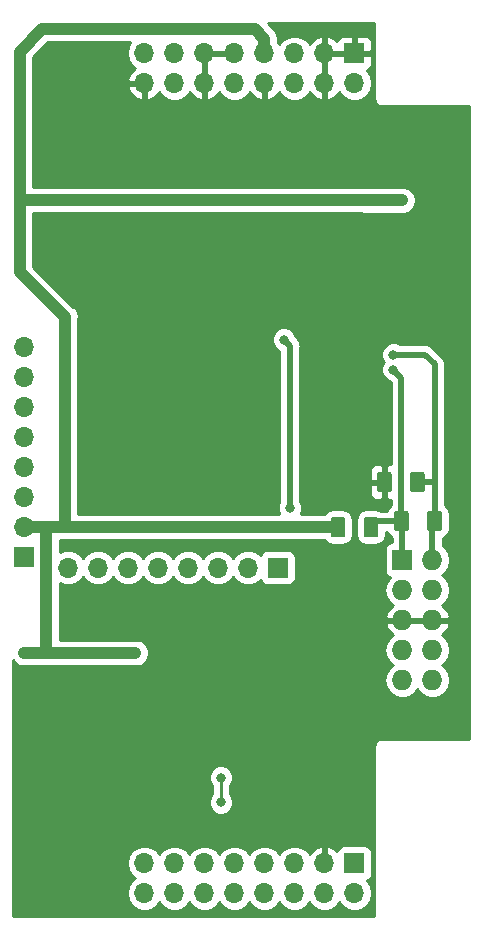
<source format=gbr>
G04 #@! TF.GenerationSoftware,KiCad,Pcbnew,(5.0.0)*
G04 #@! TF.CreationDate,2018-10-08T22:47:34+02:00*
G04 #@! TF.ProjectId,TrackModBusMaster_piggyback,547261636B4D6F644275734D61737465,rev?*
G04 #@! TF.SameCoordinates,Original*
G04 #@! TF.FileFunction,Copper,L2,Bot,Signal*
G04 #@! TF.FilePolarity,Positive*
%FSLAX46Y46*%
G04 Gerber Fmt 4.6, Leading zero omitted, Abs format (unit mm)*
G04 Created by KiCad (PCBNEW (5.0.0)) date 10/08/18 22:47:34*
%MOMM*%
%LPD*%
G01*
G04 APERTURE LIST*
G04 #@! TA.AperFunction,ComponentPad*
%ADD10O,1.700000X1.700000*%
G04 #@! TD*
G04 #@! TA.AperFunction,ComponentPad*
%ADD11R,1.700000X1.700000*%
G04 #@! TD*
G04 #@! TA.AperFunction,ComponentPad*
%ADD12R,1.727200X1.727200*%
G04 #@! TD*
G04 #@! TA.AperFunction,ComponentPad*
%ADD13O,1.727200X1.727200*%
G04 #@! TD*
G04 #@! TA.AperFunction,Conductor*
%ADD14C,0.100000*%
G04 #@! TD*
G04 #@! TA.AperFunction,SMDPad,CuDef*
%ADD15C,1.250000*%
G04 #@! TD*
G04 #@! TA.AperFunction,ViaPad*
%ADD16C,0.800000*%
G04 #@! TD*
G04 #@! TA.AperFunction,ViaPad*
%ADD17C,1.000000*%
G04 #@! TD*
G04 #@! TA.AperFunction,Conductor*
%ADD18C,0.250000*%
G04 #@! TD*
G04 #@! TA.AperFunction,Conductor*
%ADD19C,1.000000*%
G04 #@! TD*
G04 #@! TA.AperFunction,Conductor*
%ADD20C,0.500000*%
G04 #@! TD*
G04 #@! TA.AperFunction,Conductor*
%ADD21C,0.254000*%
G04 #@! TD*
G04 APERTURE END LIST*
D10*
G04 #@! TO.P,J1,16*
G04 #@! TO.N,GND*
X116840000Y-48260000D03*
G04 #@! TO.P,J1,15*
G04 #@! TO.N,+3.3VP*
X116840000Y-45720000D03*
G04 #@! TO.P,J1,14*
G04 #@! TO.N,SCK1*
X119380000Y-48260000D03*
G04 #@! TO.P,J1,13*
G04 #@! TO.N,+3.3VP*
X119380000Y-45720000D03*
G04 #@! TO.P,J1,12*
G04 #@! TO.N,GND*
X121920000Y-48260000D03*
G04 #@! TO.P,J1,11*
X121920000Y-45720000D03*
G04 #@! TO.P,J1,10*
G04 #@! TO.N,SS1*
X124460000Y-48260000D03*
G04 #@! TO.P,J1,9*
G04 #@! TO.N,GND*
X124460000Y-45720000D03*
G04 #@! TO.P,J1,8*
X127000000Y-48260000D03*
G04 #@! TO.P,J1,7*
G04 #@! TO.N,+5V*
X127000000Y-45720000D03*
G04 #@! TO.P,J1,6*
G04 #@! TO.N,SDO*
X129540000Y-48260000D03*
G04 #@! TO.P,J1,5*
G04 #@! TO.N,+5V*
X129540000Y-45720000D03*
G04 #@! TO.P,J1,4*
G04 #@! TO.N,GND*
X132080000Y-48260000D03*
G04 #@! TO.P,J1,3*
X132080000Y-45720000D03*
G04 #@! TO.P,J1,2*
G04 #@! TO.N,SDI*
X134620000Y-48260000D03*
D11*
G04 #@! TO.P,J1,1*
G04 #@! TO.N,GND*
X134620000Y-45720000D03*
G04 #@! TD*
D12*
G04 #@! TO.P,J2,1*
G04 #@! TO.N,Rx_A*
X138684000Y-88646000D03*
D13*
G04 #@! TO.P,J2,2*
G04 #@! TO.N,Rx_B*
X141224000Y-88646000D03*
G04 #@! TO.P,J2,3*
G04 #@! TO.N,Tx_A*
X138684000Y-91186000D03*
G04 #@! TO.P,J2,4*
G04 #@! TO.N,Tx_B*
X141224000Y-91186000D03*
G04 #@! TO.P,J2,5*
G04 #@! TO.N,GND*
X138684000Y-93726000D03*
G04 #@! TO.P,J2,6*
X141224000Y-93726000D03*
G04 #@! TO.P,J2,7*
G04 #@! TO.N,Sync_A*
X138684000Y-96266000D03*
G04 #@! TO.P,J2,8*
G04 #@! TO.N,Sync_B*
X141224000Y-96266000D03*
G04 #@! TO.P,J2,9*
G04 #@! TO.N,Reset_A*
X138684000Y-98806000D03*
G04 #@! TO.P,J2,10*
G04 #@! TO.N,Reset_B*
X141224000Y-98806000D03*
G04 #@! TD*
D11*
G04 #@! TO.P,J3,1*
G04 #@! TO.N,Reset_Out*
X134620000Y-114300000D03*
D10*
G04 #@! TO.P,J3,2*
G04 #@! TO.N,+3V3*
X134620000Y-116840000D03*
G04 #@! TO.P,J3,3*
G04 #@! TO.N,GND*
X132080000Y-114300000D03*
G04 #@! TO.P,J3,4*
G04 #@! TO.N,Net-(J3-Pad4)*
X132080000Y-116840000D03*
G04 #@! TO.P,J3,5*
G04 #@! TO.N,Net-(J3-Pad5)*
X129540000Y-114300000D03*
G04 #@! TO.P,J3,6*
G04 #@! TO.N,Net-(J3-Pad6)*
X129540000Y-116840000D03*
G04 #@! TO.P,J3,7*
G04 #@! TO.N,Net-(J3-Pad7)*
X127000000Y-114300000D03*
G04 #@! TO.P,J3,8*
G04 #@! TO.N,Net-(J3-Pad8)*
X127000000Y-116840000D03*
G04 #@! TO.P,J3,9*
G04 #@! TO.N,Net-(J3-Pad9)*
X124460000Y-114300000D03*
G04 #@! TO.P,J3,10*
G04 #@! TO.N,Net-(J3-Pad10)*
X124460000Y-116840000D03*
G04 #@! TO.P,J3,11*
G04 #@! TO.N,Net-(J3-Pad11)*
X121920000Y-114300000D03*
G04 #@! TO.P,J3,12*
G04 #@! TO.N,Net-(J3-Pad12)*
X121920000Y-116840000D03*
G04 #@! TO.P,J3,13*
G04 #@! TO.N,Net-(J3-Pad13)*
X119380000Y-114300000D03*
G04 #@! TO.P,J3,14*
G04 #@! TO.N,Net-(J3-Pad14)*
X119380000Y-116840000D03*
G04 #@! TO.P,J3,15*
G04 #@! TO.N,Net-(J3-Pad15)*
X116840000Y-114300000D03*
G04 #@! TO.P,J3,16*
G04 #@! TO.N,Net-(J3-Pad16)*
X116840000Y-116840000D03*
G04 #@! TD*
D11*
G04 #@! TO.P,J4,1*
G04 #@! TO.N,Net-(J4-Pad1)*
X128143000Y-89281000D03*
D10*
G04 #@! TO.P,J4,2*
G04 #@! TO.N,Net-(J4-Pad2)*
X125603000Y-89281000D03*
G04 #@! TO.P,J4,3*
G04 #@! TO.N,Net-(J4-Pad3)*
X123063000Y-89281000D03*
G04 #@! TO.P,J4,4*
G04 #@! TO.N,Net-(J4-Pad4)*
X120523000Y-89281000D03*
G04 #@! TO.P,J4,5*
G04 #@! TO.N,Net-(J4-Pad5)*
X117983000Y-89281000D03*
G04 #@! TO.P,J4,6*
G04 #@! TO.N,Net-(J4-Pad6)*
X115443000Y-89281000D03*
G04 #@! TO.P,J4,7*
G04 #@! TO.N,Net-(J4-Pad7)*
X112903000Y-89281000D03*
G04 #@! TO.P,J4,8*
G04 #@! TO.N,Net-(J4-Pad8)*
X110363000Y-89281000D03*
G04 #@! TD*
G04 #@! TO.P,J5,8*
G04 #@! TO.N,Net-(J5-Pad8)*
X106680000Y-70612000D03*
G04 #@! TO.P,J5,7*
G04 #@! TO.N,Net-(J5-Pad7)*
X106680000Y-73152000D03*
G04 #@! TO.P,J5,6*
G04 #@! TO.N,Net-(J5-Pad6)*
X106680000Y-75692000D03*
G04 #@! TO.P,J5,5*
G04 #@! TO.N,ICSPCLK*
X106680000Y-78232000D03*
G04 #@! TO.P,J5,4*
G04 #@! TO.N,ICSPDAT*
X106680000Y-80772000D03*
G04 #@! TO.P,J5,3*
G04 #@! TO.N,GND*
X106680000Y-83312000D03*
G04 #@! TO.P,J5,2*
G04 #@! TO.N,+5V*
X106680000Y-85852000D03*
D11*
G04 #@! TO.P,J5,1*
G04 #@! TO.N,Vpp*
X106680000Y-88392000D03*
G04 #@! TD*
D14*
G04 #@! TO.N,Rx_A*
G04 #@! TO.C,R7*
G36*
X136419504Y-84978204D02*
X136443773Y-84981804D01*
X136467571Y-84987765D01*
X136490671Y-84996030D01*
X136512849Y-85006520D01*
X136533893Y-85019133D01*
X136553598Y-85033747D01*
X136571777Y-85050223D01*
X136588253Y-85068402D01*
X136602867Y-85088107D01*
X136615480Y-85109151D01*
X136625970Y-85131329D01*
X136634235Y-85154429D01*
X136640196Y-85178227D01*
X136643796Y-85202496D01*
X136645000Y-85227000D01*
X136645000Y-86477000D01*
X136643796Y-86501504D01*
X136640196Y-86525773D01*
X136634235Y-86549571D01*
X136625970Y-86572671D01*
X136615480Y-86594849D01*
X136602867Y-86615893D01*
X136588253Y-86635598D01*
X136571777Y-86653777D01*
X136553598Y-86670253D01*
X136533893Y-86684867D01*
X136512849Y-86697480D01*
X136490671Y-86707970D01*
X136467571Y-86716235D01*
X136443773Y-86722196D01*
X136419504Y-86725796D01*
X136395000Y-86727000D01*
X135645000Y-86727000D01*
X135620496Y-86725796D01*
X135596227Y-86722196D01*
X135572429Y-86716235D01*
X135549329Y-86707970D01*
X135527151Y-86697480D01*
X135506107Y-86684867D01*
X135486402Y-86670253D01*
X135468223Y-86653777D01*
X135451747Y-86635598D01*
X135437133Y-86615893D01*
X135424520Y-86594849D01*
X135414030Y-86572671D01*
X135405765Y-86549571D01*
X135399804Y-86525773D01*
X135396204Y-86501504D01*
X135395000Y-86477000D01*
X135395000Y-85227000D01*
X135396204Y-85202496D01*
X135399804Y-85178227D01*
X135405765Y-85154429D01*
X135414030Y-85131329D01*
X135424520Y-85109151D01*
X135437133Y-85088107D01*
X135451747Y-85068402D01*
X135468223Y-85050223D01*
X135486402Y-85033747D01*
X135506107Y-85019133D01*
X135527151Y-85006520D01*
X135549329Y-84996030D01*
X135572429Y-84987765D01*
X135596227Y-84981804D01*
X135620496Y-84978204D01*
X135645000Y-84977000D01*
X136395000Y-84977000D01*
X136419504Y-84978204D01*
X136419504Y-84978204D01*
G37*
D15*
G04 #@! TD*
G04 #@! TO.P,R7,1*
G04 #@! TO.N,Rx_A*
X136020000Y-85852000D03*
D14*
G04 #@! TO.N,+5V*
G04 #@! TO.C,R7*
G36*
X133619504Y-84978204D02*
X133643773Y-84981804D01*
X133667571Y-84987765D01*
X133690671Y-84996030D01*
X133712849Y-85006520D01*
X133733893Y-85019133D01*
X133753598Y-85033747D01*
X133771777Y-85050223D01*
X133788253Y-85068402D01*
X133802867Y-85088107D01*
X133815480Y-85109151D01*
X133825970Y-85131329D01*
X133834235Y-85154429D01*
X133840196Y-85178227D01*
X133843796Y-85202496D01*
X133845000Y-85227000D01*
X133845000Y-86477000D01*
X133843796Y-86501504D01*
X133840196Y-86525773D01*
X133834235Y-86549571D01*
X133825970Y-86572671D01*
X133815480Y-86594849D01*
X133802867Y-86615893D01*
X133788253Y-86635598D01*
X133771777Y-86653777D01*
X133753598Y-86670253D01*
X133733893Y-86684867D01*
X133712849Y-86697480D01*
X133690671Y-86707970D01*
X133667571Y-86716235D01*
X133643773Y-86722196D01*
X133619504Y-86725796D01*
X133595000Y-86727000D01*
X132845000Y-86727000D01*
X132820496Y-86725796D01*
X132796227Y-86722196D01*
X132772429Y-86716235D01*
X132749329Y-86707970D01*
X132727151Y-86697480D01*
X132706107Y-86684867D01*
X132686402Y-86670253D01*
X132668223Y-86653777D01*
X132651747Y-86635598D01*
X132637133Y-86615893D01*
X132624520Y-86594849D01*
X132614030Y-86572671D01*
X132605765Y-86549571D01*
X132599804Y-86525773D01*
X132596204Y-86501504D01*
X132595000Y-86477000D01*
X132595000Y-85227000D01*
X132596204Y-85202496D01*
X132599804Y-85178227D01*
X132605765Y-85154429D01*
X132614030Y-85131329D01*
X132624520Y-85109151D01*
X132637133Y-85088107D01*
X132651747Y-85068402D01*
X132668223Y-85050223D01*
X132686402Y-85033747D01*
X132706107Y-85019133D01*
X132727151Y-85006520D01*
X132749329Y-84996030D01*
X132772429Y-84987765D01*
X132796227Y-84981804D01*
X132820496Y-84978204D01*
X132845000Y-84977000D01*
X133595000Y-84977000D01*
X133619504Y-84978204D01*
X133619504Y-84978204D01*
G37*
D15*
G04 #@! TD*
G04 #@! TO.P,R7,2*
G04 #@! TO.N,+5V*
X133220000Y-85852000D03*
D14*
G04 #@! TO.N,Rx_A*
G04 #@! TO.C,R8*
G36*
X139000520Y-84470204D02*
X139024789Y-84473804D01*
X139048587Y-84479765D01*
X139071687Y-84488030D01*
X139093865Y-84498520D01*
X139114909Y-84511133D01*
X139134614Y-84525747D01*
X139152793Y-84542223D01*
X139169269Y-84560402D01*
X139183883Y-84580107D01*
X139196496Y-84601151D01*
X139206986Y-84623329D01*
X139215251Y-84646429D01*
X139221212Y-84670227D01*
X139224812Y-84694496D01*
X139226016Y-84719000D01*
X139226016Y-85969000D01*
X139224812Y-85993504D01*
X139221212Y-86017773D01*
X139215251Y-86041571D01*
X139206986Y-86064671D01*
X139196496Y-86086849D01*
X139183883Y-86107893D01*
X139169269Y-86127598D01*
X139152793Y-86145777D01*
X139134614Y-86162253D01*
X139114909Y-86176867D01*
X139093865Y-86189480D01*
X139071687Y-86199970D01*
X139048587Y-86208235D01*
X139024789Y-86214196D01*
X139000520Y-86217796D01*
X138976016Y-86219000D01*
X138226016Y-86219000D01*
X138201512Y-86217796D01*
X138177243Y-86214196D01*
X138153445Y-86208235D01*
X138130345Y-86199970D01*
X138108167Y-86189480D01*
X138087123Y-86176867D01*
X138067418Y-86162253D01*
X138049239Y-86145777D01*
X138032763Y-86127598D01*
X138018149Y-86107893D01*
X138005536Y-86086849D01*
X137995046Y-86064671D01*
X137986781Y-86041571D01*
X137980820Y-86017773D01*
X137977220Y-85993504D01*
X137976016Y-85969000D01*
X137976016Y-84719000D01*
X137977220Y-84694496D01*
X137980820Y-84670227D01*
X137986781Y-84646429D01*
X137995046Y-84623329D01*
X138005536Y-84601151D01*
X138018149Y-84580107D01*
X138032763Y-84560402D01*
X138049239Y-84542223D01*
X138067418Y-84525747D01*
X138087123Y-84511133D01*
X138108167Y-84498520D01*
X138130345Y-84488030D01*
X138153445Y-84479765D01*
X138177243Y-84473804D01*
X138201512Y-84470204D01*
X138226016Y-84469000D01*
X138976016Y-84469000D01*
X139000520Y-84470204D01*
X139000520Y-84470204D01*
G37*
D15*
G04 #@! TD*
G04 #@! TO.P,R8,2*
G04 #@! TO.N,Rx_A*
X138601016Y-85344000D03*
D14*
G04 #@! TO.N,Rx_B*
G04 #@! TO.C,R8*
G36*
X141800520Y-84470204D02*
X141824789Y-84473804D01*
X141848587Y-84479765D01*
X141871687Y-84488030D01*
X141893865Y-84498520D01*
X141914909Y-84511133D01*
X141934614Y-84525747D01*
X141952793Y-84542223D01*
X141969269Y-84560402D01*
X141983883Y-84580107D01*
X141996496Y-84601151D01*
X142006986Y-84623329D01*
X142015251Y-84646429D01*
X142021212Y-84670227D01*
X142024812Y-84694496D01*
X142026016Y-84719000D01*
X142026016Y-85969000D01*
X142024812Y-85993504D01*
X142021212Y-86017773D01*
X142015251Y-86041571D01*
X142006986Y-86064671D01*
X141996496Y-86086849D01*
X141983883Y-86107893D01*
X141969269Y-86127598D01*
X141952793Y-86145777D01*
X141934614Y-86162253D01*
X141914909Y-86176867D01*
X141893865Y-86189480D01*
X141871687Y-86199970D01*
X141848587Y-86208235D01*
X141824789Y-86214196D01*
X141800520Y-86217796D01*
X141776016Y-86219000D01*
X141026016Y-86219000D01*
X141001512Y-86217796D01*
X140977243Y-86214196D01*
X140953445Y-86208235D01*
X140930345Y-86199970D01*
X140908167Y-86189480D01*
X140887123Y-86176867D01*
X140867418Y-86162253D01*
X140849239Y-86145777D01*
X140832763Y-86127598D01*
X140818149Y-86107893D01*
X140805536Y-86086849D01*
X140795046Y-86064671D01*
X140786781Y-86041571D01*
X140780820Y-86017773D01*
X140777220Y-85993504D01*
X140776016Y-85969000D01*
X140776016Y-84719000D01*
X140777220Y-84694496D01*
X140780820Y-84670227D01*
X140786781Y-84646429D01*
X140795046Y-84623329D01*
X140805536Y-84601151D01*
X140818149Y-84580107D01*
X140832763Y-84560402D01*
X140849239Y-84542223D01*
X140867418Y-84525747D01*
X140887123Y-84511133D01*
X140908167Y-84498520D01*
X140930345Y-84488030D01*
X140953445Y-84479765D01*
X140977243Y-84473804D01*
X141001512Y-84470204D01*
X141026016Y-84469000D01*
X141776016Y-84469000D01*
X141800520Y-84470204D01*
X141800520Y-84470204D01*
G37*
D15*
G04 #@! TD*
G04 #@! TO.P,R8,1*
G04 #@! TO.N,Rx_B*
X141401016Y-85344000D03*
D14*
G04 #@! TO.N,GND*
G04 #@! TO.C,R9*
G36*
X137556504Y-81168204D02*
X137580773Y-81171804D01*
X137604571Y-81177765D01*
X137627671Y-81186030D01*
X137649849Y-81196520D01*
X137670893Y-81209133D01*
X137690598Y-81223747D01*
X137708777Y-81240223D01*
X137725253Y-81258402D01*
X137739867Y-81278107D01*
X137752480Y-81299151D01*
X137762970Y-81321329D01*
X137771235Y-81344429D01*
X137777196Y-81368227D01*
X137780796Y-81392496D01*
X137782000Y-81417000D01*
X137782000Y-82667000D01*
X137780796Y-82691504D01*
X137777196Y-82715773D01*
X137771235Y-82739571D01*
X137762970Y-82762671D01*
X137752480Y-82784849D01*
X137739867Y-82805893D01*
X137725253Y-82825598D01*
X137708777Y-82843777D01*
X137690598Y-82860253D01*
X137670893Y-82874867D01*
X137649849Y-82887480D01*
X137627671Y-82897970D01*
X137604571Y-82906235D01*
X137580773Y-82912196D01*
X137556504Y-82915796D01*
X137532000Y-82917000D01*
X136782000Y-82917000D01*
X136757496Y-82915796D01*
X136733227Y-82912196D01*
X136709429Y-82906235D01*
X136686329Y-82897970D01*
X136664151Y-82887480D01*
X136643107Y-82874867D01*
X136623402Y-82860253D01*
X136605223Y-82843777D01*
X136588747Y-82825598D01*
X136574133Y-82805893D01*
X136561520Y-82784849D01*
X136551030Y-82762671D01*
X136542765Y-82739571D01*
X136536804Y-82715773D01*
X136533204Y-82691504D01*
X136532000Y-82667000D01*
X136532000Y-81417000D01*
X136533204Y-81392496D01*
X136536804Y-81368227D01*
X136542765Y-81344429D01*
X136551030Y-81321329D01*
X136561520Y-81299151D01*
X136574133Y-81278107D01*
X136588747Y-81258402D01*
X136605223Y-81240223D01*
X136623402Y-81223747D01*
X136643107Y-81209133D01*
X136664151Y-81196520D01*
X136686329Y-81186030D01*
X136709429Y-81177765D01*
X136733227Y-81171804D01*
X136757496Y-81168204D01*
X136782000Y-81167000D01*
X137532000Y-81167000D01*
X137556504Y-81168204D01*
X137556504Y-81168204D01*
G37*
D15*
G04 #@! TD*
G04 #@! TO.P,R9,1*
G04 #@! TO.N,GND*
X137157000Y-82042000D03*
D14*
G04 #@! TO.N,Rx_B*
G04 #@! TO.C,R9*
G36*
X140356504Y-81168204D02*
X140380773Y-81171804D01*
X140404571Y-81177765D01*
X140427671Y-81186030D01*
X140449849Y-81196520D01*
X140470893Y-81209133D01*
X140490598Y-81223747D01*
X140508777Y-81240223D01*
X140525253Y-81258402D01*
X140539867Y-81278107D01*
X140552480Y-81299151D01*
X140562970Y-81321329D01*
X140571235Y-81344429D01*
X140577196Y-81368227D01*
X140580796Y-81392496D01*
X140582000Y-81417000D01*
X140582000Y-82667000D01*
X140580796Y-82691504D01*
X140577196Y-82715773D01*
X140571235Y-82739571D01*
X140562970Y-82762671D01*
X140552480Y-82784849D01*
X140539867Y-82805893D01*
X140525253Y-82825598D01*
X140508777Y-82843777D01*
X140490598Y-82860253D01*
X140470893Y-82874867D01*
X140449849Y-82887480D01*
X140427671Y-82897970D01*
X140404571Y-82906235D01*
X140380773Y-82912196D01*
X140356504Y-82915796D01*
X140332000Y-82917000D01*
X139582000Y-82917000D01*
X139557496Y-82915796D01*
X139533227Y-82912196D01*
X139509429Y-82906235D01*
X139486329Y-82897970D01*
X139464151Y-82887480D01*
X139443107Y-82874867D01*
X139423402Y-82860253D01*
X139405223Y-82843777D01*
X139388747Y-82825598D01*
X139374133Y-82805893D01*
X139361520Y-82784849D01*
X139351030Y-82762671D01*
X139342765Y-82739571D01*
X139336804Y-82715773D01*
X139333204Y-82691504D01*
X139332000Y-82667000D01*
X139332000Y-81417000D01*
X139333204Y-81392496D01*
X139336804Y-81368227D01*
X139342765Y-81344429D01*
X139351030Y-81321329D01*
X139361520Y-81299151D01*
X139374133Y-81278107D01*
X139388747Y-81258402D01*
X139405223Y-81240223D01*
X139423402Y-81223747D01*
X139443107Y-81209133D01*
X139464151Y-81196520D01*
X139486329Y-81186030D01*
X139509429Y-81177765D01*
X139533227Y-81171804D01*
X139557496Y-81168204D01*
X139582000Y-81167000D01*
X140332000Y-81167000D01*
X140356504Y-81168204D01*
X140356504Y-81168204D01*
G37*
D15*
G04 #@! TD*
G04 #@! TO.P,R9,2*
G04 #@! TO.N,Rx_B*
X139957000Y-82042000D03*
D16*
G04 #@! TO.N,GND*
X122936000Y-64008000D03*
X134112000Y-60959992D03*
X114300000Y-94805500D03*
X133604000Y-107950000D03*
X125793500Y-104648000D03*
X116459000Y-104648000D03*
X133985000Y-82994500D03*
X136017000Y-75374500D03*
D17*
X108458000Y-45974000D03*
D16*
G04 #@! TO.N,Net-(C10-Pad1)*
X123317000Y-109156500D03*
X123317000Y-107061000D03*
G04 #@! TO.N,+5V*
X128143000Y-58166000D03*
X138684000Y-58177998D03*
X124333000Y-58166000D03*
X106680000Y-96520000D03*
X116078000Y-96520000D03*
G04 #@! TO.N,Rx_A*
X137922000Y-72517000D03*
G04 #@! TO.N,Rx_B*
X137922000Y-71247000D03*
G04 #@! TO.N,Rx*
X129159000Y-84201000D03*
X128651000Y-69977000D03*
G04 #@! TD*
D18*
G04 #@! TO.N,Net-(C10-Pad1)*
X123317000Y-109156500D02*
X123317000Y-108590815D01*
X123317000Y-108590815D02*
X123317000Y-107061000D01*
D19*
G04 #@! TO.N,+5V*
X128143000Y-58166000D02*
X135370002Y-58166000D01*
X106299000Y-58166000D02*
X128143000Y-58166000D01*
X106299000Y-45593000D02*
X106299000Y-58166000D01*
X108204000Y-43688000D02*
X106299000Y-45593000D01*
X126170081Y-43688000D02*
X108204000Y-43688000D01*
X127000000Y-45720000D02*
X127000000Y-44517919D01*
X127000000Y-44517919D02*
X126170081Y-43688000D01*
X110109000Y-68072000D02*
X110109000Y-85852000D01*
X106299000Y-58166000D02*
X106299000Y-64262000D01*
X106299000Y-64262000D02*
X110109000Y-68072000D01*
X108648500Y-85852000D02*
X106680000Y-85852000D01*
X110109000Y-85852000D02*
X108648500Y-85852000D01*
X135382000Y-58177998D02*
X138684000Y-58177998D01*
X135370002Y-58166000D02*
X135382000Y-58177998D01*
X115512315Y-96520000D02*
X116078000Y-96520000D01*
X108204000Y-96520000D02*
X115512315Y-96520000D01*
X107245685Y-96520000D02*
X106680000Y-96520000D01*
X108458000Y-96520000D02*
X107245685Y-96520000D01*
X108521500Y-96456500D02*
X108458000Y-96520000D01*
X108648500Y-85852000D02*
X108521500Y-85979000D01*
X108521500Y-85979000D02*
X108521500Y-96456500D01*
X130429000Y-85852000D02*
X110109000Y-85852000D01*
X133220000Y-85852000D02*
X130429000Y-85852000D01*
D20*
G04 #@! TO.N,Rx_A*
X138684000Y-85595851D02*
X138601016Y-85512867D01*
X138684000Y-88646000D02*
X138684000Y-85595851D01*
X138601016Y-73196016D02*
X138601016Y-85344000D01*
X137922000Y-72517000D02*
X138601016Y-73196016D01*
X136020000Y-85344000D02*
X138601016Y-85344000D01*
G04 #@! TO.N,Rx_B*
X141224000Y-85689883D02*
X141401016Y-85512867D01*
X141224000Y-88646000D02*
X141224000Y-85689883D01*
X137922000Y-71247000D02*
X140589000Y-71247000D01*
X140589000Y-71247000D02*
X141401016Y-72059016D01*
X140682000Y-82042000D02*
X141401016Y-82042000D01*
X139957000Y-82042000D02*
X140682000Y-82042000D01*
X141401016Y-72059016D02*
X141401016Y-82042000D01*
X141401016Y-82042000D02*
X141401016Y-85344000D01*
G04 #@! TO.N,Rx*
X129159000Y-84201000D02*
X129159000Y-83635315D01*
X129159000Y-83635315D02*
X129159000Y-72644000D01*
X129159000Y-72644000D02*
X129159000Y-70485000D01*
X129159000Y-70485000D02*
X128651000Y-69977000D01*
G04 #@! TD*
D21*
G04 #@! TO.N,GND*
G36*
X136290000Y-49430074D02*
X136276091Y-49500000D01*
X136331195Y-49777028D01*
X136488119Y-50011881D01*
X136722972Y-50168805D01*
X137000000Y-50223909D01*
X137069925Y-50210000D01*
X144290001Y-50210000D01*
X144290000Y-103790000D01*
X137069925Y-103790000D01*
X137000000Y-103776091D01*
X136930074Y-103790000D01*
X136722972Y-103831195D01*
X136488119Y-103988119D01*
X136331195Y-104222972D01*
X136276091Y-104500000D01*
X136290000Y-104569925D01*
X136290001Y-118790000D01*
X105710000Y-118790000D01*
X105710000Y-114300000D01*
X115325908Y-114300000D01*
X115441161Y-114879418D01*
X115769375Y-115370625D01*
X116067761Y-115570000D01*
X115769375Y-115769375D01*
X115441161Y-116260582D01*
X115325908Y-116840000D01*
X115441161Y-117419418D01*
X115769375Y-117910625D01*
X116260582Y-118238839D01*
X116693744Y-118325000D01*
X116986256Y-118325000D01*
X117419418Y-118238839D01*
X117910625Y-117910625D01*
X118110000Y-117612239D01*
X118309375Y-117910625D01*
X118800582Y-118238839D01*
X119233744Y-118325000D01*
X119526256Y-118325000D01*
X119959418Y-118238839D01*
X120450625Y-117910625D01*
X120650000Y-117612239D01*
X120849375Y-117910625D01*
X121340582Y-118238839D01*
X121773744Y-118325000D01*
X122066256Y-118325000D01*
X122499418Y-118238839D01*
X122990625Y-117910625D01*
X123190000Y-117612239D01*
X123389375Y-117910625D01*
X123880582Y-118238839D01*
X124313744Y-118325000D01*
X124606256Y-118325000D01*
X125039418Y-118238839D01*
X125530625Y-117910625D01*
X125730000Y-117612239D01*
X125929375Y-117910625D01*
X126420582Y-118238839D01*
X126853744Y-118325000D01*
X127146256Y-118325000D01*
X127579418Y-118238839D01*
X128070625Y-117910625D01*
X128270000Y-117612239D01*
X128469375Y-117910625D01*
X128960582Y-118238839D01*
X129393744Y-118325000D01*
X129686256Y-118325000D01*
X130119418Y-118238839D01*
X130610625Y-117910625D01*
X130810000Y-117612239D01*
X131009375Y-117910625D01*
X131500582Y-118238839D01*
X131933744Y-118325000D01*
X132226256Y-118325000D01*
X132659418Y-118238839D01*
X133150625Y-117910625D01*
X133350000Y-117612239D01*
X133549375Y-117910625D01*
X134040582Y-118238839D01*
X134473744Y-118325000D01*
X134766256Y-118325000D01*
X135199418Y-118238839D01*
X135690625Y-117910625D01*
X136018839Y-117419418D01*
X136134092Y-116840000D01*
X136018839Y-116260582D01*
X135690625Y-115769375D01*
X135672381Y-115757184D01*
X135717765Y-115748157D01*
X135927809Y-115607809D01*
X136068157Y-115397765D01*
X136117440Y-115150000D01*
X136117440Y-113450000D01*
X136068157Y-113202235D01*
X135927809Y-112992191D01*
X135717765Y-112851843D01*
X135470000Y-112802560D01*
X133770000Y-112802560D01*
X133522235Y-112851843D01*
X133312191Y-112992191D01*
X133171843Y-113202235D01*
X133151261Y-113305708D01*
X132846924Y-113028355D01*
X132436890Y-112858524D01*
X132207000Y-112979845D01*
X132207000Y-114173000D01*
X132227000Y-114173000D01*
X132227000Y-114427000D01*
X132207000Y-114427000D01*
X132207000Y-114447000D01*
X131953000Y-114447000D01*
X131953000Y-114427000D01*
X131933000Y-114427000D01*
X131933000Y-114173000D01*
X131953000Y-114173000D01*
X131953000Y-112979845D01*
X131723110Y-112858524D01*
X131313076Y-113028355D01*
X130884817Y-113418642D01*
X130823843Y-113548478D01*
X130610625Y-113229375D01*
X130119418Y-112901161D01*
X129686256Y-112815000D01*
X129393744Y-112815000D01*
X128960582Y-112901161D01*
X128469375Y-113229375D01*
X128270000Y-113527761D01*
X128070625Y-113229375D01*
X127579418Y-112901161D01*
X127146256Y-112815000D01*
X126853744Y-112815000D01*
X126420582Y-112901161D01*
X125929375Y-113229375D01*
X125730000Y-113527761D01*
X125530625Y-113229375D01*
X125039418Y-112901161D01*
X124606256Y-112815000D01*
X124313744Y-112815000D01*
X123880582Y-112901161D01*
X123389375Y-113229375D01*
X123190000Y-113527761D01*
X122990625Y-113229375D01*
X122499418Y-112901161D01*
X122066256Y-112815000D01*
X121773744Y-112815000D01*
X121340582Y-112901161D01*
X120849375Y-113229375D01*
X120650000Y-113527761D01*
X120450625Y-113229375D01*
X119959418Y-112901161D01*
X119526256Y-112815000D01*
X119233744Y-112815000D01*
X118800582Y-112901161D01*
X118309375Y-113229375D01*
X118110000Y-113527761D01*
X117910625Y-113229375D01*
X117419418Y-112901161D01*
X116986256Y-112815000D01*
X116693744Y-112815000D01*
X116260582Y-112901161D01*
X115769375Y-113229375D01*
X115441161Y-113720582D01*
X115325908Y-114300000D01*
X105710000Y-114300000D01*
X105710000Y-106855126D01*
X122282000Y-106855126D01*
X122282000Y-107266874D01*
X122439569Y-107647280D01*
X122557001Y-107764712D01*
X122557000Y-108452789D01*
X122439569Y-108570220D01*
X122282000Y-108950626D01*
X122282000Y-109362374D01*
X122439569Y-109742780D01*
X122730720Y-110033931D01*
X123111126Y-110191500D01*
X123522874Y-110191500D01*
X123903280Y-110033931D01*
X124194431Y-109742780D01*
X124352000Y-109362374D01*
X124352000Y-108950626D01*
X124194431Y-108570220D01*
X124077000Y-108452789D01*
X124077000Y-107764711D01*
X124194431Y-107647280D01*
X124352000Y-107266874D01*
X124352000Y-106855126D01*
X124194431Y-106474720D01*
X123903280Y-106183569D01*
X123522874Y-106026000D01*
X123111126Y-106026000D01*
X122730720Y-106183569D01*
X122439569Y-106474720D01*
X122282000Y-106855126D01*
X105710000Y-106855126D01*
X105710000Y-97111237D01*
X105861711Y-97338289D01*
X106237145Y-97589146D01*
X106568217Y-97655000D01*
X108346217Y-97655000D01*
X108458000Y-97677235D01*
X108569783Y-97655000D01*
X116189783Y-97655000D01*
X116520855Y-97589146D01*
X116896289Y-97338289D01*
X117147146Y-96962855D01*
X117235235Y-96520000D01*
X117184712Y-96266000D01*
X137156041Y-96266000D01*
X137272350Y-96850725D01*
X137603570Y-97346430D01*
X137887281Y-97536000D01*
X137603570Y-97725570D01*
X137272350Y-98221275D01*
X137156041Y-98806000D01*
X137272350Y-99390725D01*
X137603570Y-99886430D01*
X138099275Y-100217650D01*
X138536402Y-100304600D01*
X138831598Y-100304600D01*
X139268725Y-100217650D01*
X139764430Y-99886430D01*
X139954000Y-99602719D01*
X140143570Y-99886430D01*
X140639275Y-100217650D01*
X141076402Y-100304600D01*
X141371598Y-100304600D01*
X141808725Y-100217650D01*
X142304430Y-99886430D01*
X142635650Y-99390725D01*
X142751959Y-98806000D01*
X142635650Y-98221275D01*
X142304430Y-97725570D01*
X142020719Y-97536000D01*
X142304430Y-97346430D01*
X142635650Y-96850725D01*
X142751959Y-96266000D01*
X142635650Y-95681275D01*
X142304430Y-95185570D01*
X142002979Y-94984146D01*
X142112490Y-94932821D01*
X142506688Y-94500947D01*
X142678958Y-94085026D01*
X142557817Y-93853000D01*
X141351000Y-93853000D01*
X141351000Y-93873000D01*
X141097000Y-93873000D01*
X141097000Y-93853000D01*
X138811000Y-93853000D01*
X138811000Y-93873000D01*
X138557000Y-93873000D01*
X138557000Y-93853000D01*
X137350183Y-93853000D01*
X137229042Y-94085026D01*
X137401312Y-94500947D01*
X137795510Y-94932821D01*
X137905021Y-94984146D01*
X137603570Y-95185570D01*
X137272350Y-95681275D01*
X137156041Y-96266000D01*
X117184712Y-96266000D01*
X117147146Y-96077145D01*
X116896289Y-95701711D01*
X116520855Y-95450854D01*
X116189783Y-95385000D01*
X109656500Y-95385000D01*
X109656500Y-90594926D01*
X109783582Y-90679839D01*
X110216744Y-90766000D01*
X110509256Y-90766000D01*
X110942418Y-90679839D01*
X111433625Y-90351625D01*
X111633000Y-90053239D01*
X111832375Y-90351625D01*
X112323582Y-90679839D01*
X112756744Y-90766000D01*
X113049256Y-90766000D01*
X113482418Y-90679839D01*
X113973625Y-90351625D01*
X114173000Y-90053239D01*
X114372375Y-90351625D01*
X114863582Y-90679839D01*
X115296744Y-90766000D01*
X115589256Y-90766000D01*
X116022418Y-90679839D01*
X116513625Y-90351625D01*
X116713000Y-90053239D01*
X116912375Y-90351625D01*
X117403582Y-90679839D01*
X117836744Y-90766000D01*
X118129256Y-90766000D01*
X118562418Y-90679839D01*
X119053625Y-90351625D01*
X119253000Y-90053239D01*
X119452375Y-90351625D01*
X119943582Y-90679839D01*
X120376744Y-90766000D01*
X120669256Y-90766000D01*
X121102418Y-90679839D01*
X121593625Y-90351625D01*
X121793000Y-90053239D01*
X121992375Y-90351625D01*
X122483582Y-90679839D01*
X122916744Y-90766000D01*
X123209256Y-90766000D01*
X123642418Y-90679839D01*
X124133625Y-90351625D01*
X124333000Y-90053239D01*
X124532375Y-90351625D01*
X125023582Y-90679839D01*
X125456744Y-90766000D01*
X125749256Y-90766000D01*
X126182418Y-90679839D01*
X126673625Y-90351625D01*
X126685816Y-90333381D01*
X126694843Y-90378765D01*
X126835191Y-90588809D01*
X127045235Y-90729157D01*
X127293000Y-90778440D01*
X128993000Y-90778440D01*
X129240765Y-90729157D01*
X129450809Y-90588809D01*
X129591157Y-90378765D01*
X129640440Y-90131000D01*
X129640440Y-88431000D01*
X129591157Y-88183235D01*
X129450809Y-87973191D01*
X129240765Y-87832843D01*
X128993000Y-87783560D01*
X127293000Y-87783560D01*
X127045235Y-87832843D01*
X126835191Y-87973191D01*
X126694843Y-88183235D01*
X126685816Y-88228619D01*
X126673625Y-88210375D01*
X126182418Y-87882161D01*
X125749256Y-87796000D01*
X125456744Y-87796000D01*
X125023582Y-87882161D01*
X124532375Y-88210375D01*
X124333000Y-88508761D01*
X124133625Y-88210375D01*
X123642418Y-87882161D01*
X123209256Y-87796000D01*
X122916744Y-87796000D01*
X122483582Y-87882161D01*
X121992375Y-88210375D01*
X121793000Y-88508761D01*
X121593625Y-88210375D01*
X121102418Y-87882161D01*
X120669256Y-87796000D01*
X120376744Y-87796000D01*
X119943582Y-87882161D01*
X119452375Y-88210375D01*
X119253000Y-88508761D01*
X119053625Y-88210375D01*
X118562418Y-87882161D01*
X118129256Y-87796000D01*
X117836744Y-87796000D01*
X117403582Y-87882161D01*
X116912375Y-88210375D01*
X116713000Y-88508761D01*
X116513625Y-88210375D01*
X116022418Y-87882161D01*
X115589256Y-87796000D01*
X115296744Y-87796000D01*
X114863582Y-87882161D01*
X114372375Y-88210375D01*
X114173000Y-88508761D01*
X113973625Y-88210375D01*
X113482418Y-87882161D01*
X113049256Y-87796000D01*
X112756744Y-87796000D01*
X112323582Y-87882161D01*
X111832375Y-88210375D01*
X111633000Y-88508761D01*
X111433625Y-88210375D01*
X110942418Y-87882161D01*
X110509256Y-87796000D01*
X110216744Y-87796000D01*
X109783582Y-87882161D01*
X109656500Y-87967074D01*
X109656500Y-86987000D01*
X109997217Y-86987000D01*
X110109000Y-87009235D01*
X110220783Y-86987000D01*
X132127169Y-86987000D01*
X132210414Y-87111586D01*
X132501565Y-87306126D01*
X132845000Y-87374440D01*
X133595000Y-87374440D01*
X133938435Y-87306126D01*
X134229586Y-87111586D01*
X134424126Y-86820435D01*
X134492440Y-86477000D01*
X134492440Y-85227000D01*
X134747560Y-85227000D01*
X134747560Y-86477000D01*
X134815874Y-86820435D01*
X135010414Y-87111586D01*
X135301565Y-87306126D01*
X135645000Y-87374440D01*
X136395000Y-87374440D01*
X136738435Y-87306126D01*
X137029586Y-87111586D01*
X137224126Y-86820435D01*
X137292440Y-86477000D01*
X137292440Y-86229000D01*
X137380294Y-86229000D01*
X137396890Y-86312435D01*
X137591430Y-86603586D01*
X137799001Y-86742280D01*
X137799000Y-87139217D01*
X137572635Y-87184243D01*
X137362591Y-87324591D01*
X137222243Y-87534635D01*
X137172960Y-87782400D01*
X137172960Y-89509600D01*
X137222243Y-89757365D01*
X137362591Y-89967409D01*
X137572635Y-90107757D01*
X137598651Y-90112932D01*
X137272350Y-90601275D01*
X137156041Y-91186000D01*
X137272350Y-91770725D01*
X137603570Y-92266430D01*
X137905021Y-92467854D01*
X137795510Y-92519179D01*
X137401312Y-92951053D01*
X137229042Y-93366974D01*
X137350183Y-93599000D01*
X138557000Y-93599000D01*
X138557000Y-93579000D01*
X138811000Y-93579000D01*
X138811000Y-93599000D01*
X141097000Y-93599000D01*
X141097000Y-93579000D01*
X141351000Y-93579000D01*
X141351000Y-93599000D01*
X142557817Y-93599000D01*
X142678958Y-93366974D01*
X142506688Y-92951053D01*
X142112490Y-92519179D01*
X142002979Y-92467854D01*
X142304430Y-92266430D01*
X142635650Y-91770725D01*
X142751959Y-91186000D01*
X142635650Y-90601275D01*
X142304430Y-90105570D01*
X142020719Y-89916000D01*
X142304430Y-89726430D01*
X142635650Y-89230725D01*
X142751959Y-88646000D01*
X142635650Y-88061275D01*
X142304430Y-87565570D01*
X142109000Y-87434988D01*
X142109000Y-86800205D01*
X142119451Y-86798126D01*
X142410602Y-86603586D01*
X142605142Y-86312435D01*
X142673456Y-85969000D01*
X142673456Y-84719000D01*
X142605142Y-84375565D01*
X142410602Y-84084414D01*
X142286016Y-84001169D01*
X142286016Y-82129165D01*
X142303354Y-82042000D01*
X142286016Y-81954835D01*
X142286016Y-72146175D01*
X142303353Y-72059015D01*
X142286016Y-71971856D01*
X142286016Y-71971851D01*
X142234668Y-71713706D01*
X142039065Y-71420967D01*
X141965172Y-71371593D01*
X141276425Y-70682847D01*
X141227049Y-70608951D01*
X140934310Y-70413348D01*
X140676165Y-70362000D01*
X140676161Y-70362000D01*
X140589000Y-70344663D01*
X140501839Y-70362000D01*
X138490007Y-70362000D01*
X138127874Y-70212000D01*
X137716126Y-70212000D01*
X137335720Y-70369569D01*
X137044569Y-70660720D01*
X136887000Y-71041126D01*
X136887000Y-71452874D01*
X137044569Y-71833280D01*
X137093289Y-71882000D01*
X137044569Y-71930720D01*
X136887000Y-72311126D01*
X136887000Y-72722874D01*
X137044569Y-73103280D01*
X137335720Y-73394431D01*
X137697852Y-73544431D01*
X137716016Y-73562595D01*
X137716017Y-80532000D01*
X137442750Y-80532000D01*
X137284000Y-80690750D01*
X137284000Y-81915000D01*
X137304000Y-81915000D01*
X137304000Y-82169000D01*
X137284000Y-82169000D01*
X137284000Y-83393250D01*
X137442750Y-83552000D01*
X137716017Y-83552000D01*
X137716017Y-84001168D01*
X137591430Y-84084414D01*
X137396890Y-84375565D01*
X137380294Y-84459000D01*
X136829917Y-84459000D01*
X136738435Y-84397874D01*
X136395000Y-84329560D01*
X135645000Y-84329560D01*
X135301565Y-84397874D01*
X135010414Y-84592414D01*
X134815874Y-84883565D01*
X134747560Y-85227000D01*
X134492440Y-85227000D01*
X134424126Y-84883565D01*
X134229586Y-84592414D01*
X133938435Y-84397874D01*
X133595000Y-84329560D01*
X132845000Y-84329560D01*
X132501565Y-84397874D01*
X132210414Y-84592414D01*
X132127169Y-84717000D01*
X130065542Y-84717000D01*
X130194000Y-84406874D01*
X130194000Y-83995126D01*
X130044000Y-83632993D01*
X130044000Y-82327750D01*
X135897000Y-82327750D01*
X135897000Y-83043310D01*
X135993673Y-83276699D01*
X136172302Y-83455327D01*
X136405691Y-83552000D01*
X136871250Y-83552000D01*
X137030000Y-83393250D01*
X137030000Y-82169000D01*
X136055750Y-82169000D01*
X135897000Y-82327750D01*
X130044000Y-82327750D01*
X130044000Y-81040690D01*
X135897000Y-81040690D01*
X135897000Y-81756250D01*
X136055750Y-81915000D01*
X137030000Y-81915000D01*
X137030000Y-80690750D01*
X136871250Y-80532000D01*
X136405691Y-80532000D01*
X136172302Y-80628673D01*
X135993673Y-80807301D01*
X135897000Y-81040690D01*
X130044000Y-81040690D01*
X130044000Y-70572159D01*
X130061337Y-70484999D01*
X130044000Y-70397839D01*
X130044000Y-70397835D01*
X129992652Y-70139690D01*
X129797049Y-69846951D01*
X129723153Y-69797575D01*
X129678431Y-69752853D01*
X129528431Y-69390720D01*
X129237280Y-69099569D01*
X128856874Y-68942000D01*
X128445126Y-68942000D01*
X128064720Y-69099569D01*
X127773569Y-69390720D01*
X127616000Y-69771126D01*
X127616000Y-70182874D01*
X127773569Y-70563280D01*
X128064720Y-70854431D01*
X128274001Y-70941118D01*
X128274000Y-72731164D01*
X128274001Y-72731169D01*
X128274000Y-83548150D01*
X128274000Y-83632993D01*
X128124000Y-83995126D01*
X128124000Y-84406874D01*
X128252458Y-84717000D01*
X111244000Y-84717000D01*
X111244000Y-68183783D01*
X111266235Y-68072000D01*
X111178146Y-67629145D01*
X110927289Y-67253711D01*
X110832522Y-67190390D01*
X107434000Y-63791869D01*
X107434000Y-59301000D01*
X135209899Y-59301000D01*
X135270217Y-59312998D01*
X135382000Y-59335233D01*
X135493783Y-59312998D01*
X138795783Y-59312998D01*
X139126855Y-59247144D01*
X139502289Y-58996287D01*
X139753146Y-58620853D01*
X139841235Y-58177998D01*
X139753146Y-57735143D01*
X139502289Y-57359709D01*
X139126855Y-57108852D01*
X138795783Y-57042998D01*
X135542103Y-57042998D01*
X135481785Y-57031000D01*
X135370002Y-57008765D01*
X135258219Y-57031000D01*
X107434000Y-57031000D01*
X107434000Y-48616892D01*
X115398514Y-48616892D01*
X115644817Y-49141358D01*
X116073076Y-49531645D01*
X116483110Y-49701476D01*
X116713000Y-49580155D01*
X116713000Y-48387000D01*
X115519181Y-48387000D01*
X115398514Y-48616892D01*
X107434000Y-48616892D01*
X107434000Y-46063131D01*
X108674132Y-44823000D01*
X115653362Y-44823000D01*
X115441161Y-45140582D01*
X115325908Y-45720000D01*
X115441161Y-46299418D01*
X115769375Y-46790625D01*
X116069786Y-46991353D01*
X115644817Y-47378642D01*
X115398514Y-47903108D01*
X115519181Y-48133000D01*
X116713000Y-48133000D01*
X116713000Y-48113000D01*
X116967000Y-48113000D01*
X116967000Y-48133000D01*
X116987000Y-48133000D01*
X116987000Y-48387000D01*
X116967000Y-48387000D01*
X116967000Y-49580155D01*
X117196890Y-49701476D01*
X117606924Y-49531645D01*
X118035183Y-49141358D01*
X118096157Y-49011522D01*
X118309375Y-49330625D01*
X118800582Y-49658839D01*
X119233744Y-49745000D01*
X119526256Y-49745000D01*
X119959418Y-49658839D01*
X120450625Y-49330625D01*
X120663843Y-49011522D01*
X120724817Y-49141358D01*
X121153076Y-49531645D01*
X121563110Y-49701476D01*
X121793000Y-49580155D01*
X121793000Y-48387000D01*
X121773000Y-48387000D01*
X121773000Y-48133000D01*
X121793000Y-48133000D01*
X121793000Y-45847000D01*
X121773000Y-45847000D01*
X121773000Y-45593000D01*
X121793000Y-45593000D01*
X121793000Y-45573000D01*
X122047000Y-45573000D01*
X122047000Y-45593000D01*
X124333000Y-45593000D01*
X124333000Y-45573000D01*
X124587000Y-45573000D01*
X124587000Y-45593000D01*
X124607000Y-45593000D01*
X124607000Y-45847000D01*
X124587000Y-45847000D01*
X124587000Y-45867000D01*
X124333000Y-45867000D01*
X124333000Y-45847000D01*
X122047000Y-45847000D01*
X122047000Y-48133000D01*
X122067000Y-48133000D01*
X122067000Y-48387000D01*
X122047000Y-48387000D01*
X122047000Y-49580155D01*
X122276890Y-49701476D01*
X122686924Y-49531645D01*
X123115183Y-49141358D01*
X123176157Y-49011522D01*
X123389375Y-49330625D01*
X123880582Y-49658839D01*
X124313744Y-49745000D01*
X124606256Y-49745000D01*
X125039418Y-49658839D01*
X125530625Y-49330625D01*
X125743843Y-49011522D01*
X125804817Y-49141358D01*
X126233076Y-49531645D01*
X126643110Y-49701476D01*
X126873000Y-49580155D01*
X126873000Y-48387000D01*
X126853000Y-48387000D01*
X126853000Y-48133000D01*
X126873000Y-48133000D01*
X126873000Y-48113000D01*
X127127000Y-48113000D01*
X127127000Y-48133000D01*
X127147000Y-48133000D01*
X127147000Y-48387000D01*
X127127000Y-48387000D01*
X127127000Y-49580155D01*
X127356890Y-49701476D01*
X127766924Y-49531645D01*
X128195183Y-49141358D01*
X128256157Y-49011522D01*
X128469375Y-49330625D01*
X128960582Y-49658839D01*
X129393744Y-49745000D01*
X129686256Y-49745000D01*
X130119418Y-49658839D01*
X130610625Y-49330625D01*
X130823843Y-49011522D01*
X130884817Y-49141358D01*
X131313076Y-49531645D01*
X131723110Y-49701476D01*
X131953000Y-49580155D01*
X131953000Y-48387000D01*
X131933000Y-48387000D01*
X131933000Y-48133000D01*
X131953000Y-48133000D01*
X131953000Y-45847000D01*
X132207000Y-45847000D01*
X132207000Y-48133000D01*
X132227000Y-48133000D01*
X132227000Y-48387000D01*
X132207000Y-48387000D01*
X132207000Y-49580155D01*
X132436890Y-49701476D01*
X132846924Y-49531645D01*
X133275183Y-49141358D01*
X133336157Y-49011522D01*
X133549375Y-49330625D01*
X134040582Y-49658839D01*
X134473744Y-49745000D01*
X134766256Y-49745000D01*
X135199418Y-49658839D01*
X135690625Y-49330625D01*
X136018839Y-48839418D01*
X136134092Y-48260000D01*
X136018839Y-47680582D01*
X135690625Y-47189375D01*
X135668968Y-47174904D01*
X135829699Y-47108327D01*
X136008327Y-46929698D01*
X136105000Y-46696309D01*
X136105000Y-46005750D01*
X135946250Y-45847000D01*
X134747000Y-45847000D01*
X134747000Y-45867000D01*
X134493000Y-45867000D01*
X134493000Y-45847000D01*
X132207000Y-45847000D01*
X131953000Y-45847000D01*
X131933000Y-45847000D01*
X131933000Y-45593000D01*
X131953000Y-45593000D01*
X131953000Y-44399845D01*
X132207000Y-44399845D01*
X132207000Y-45593000D01*
X134493000Y-45593000D01*
X134493000Y-44393750D01*
X134747000Y-44393750D01*
X134747000Y-45593000D01*
X135946250Y-45593000D01*
X136105000Y-45434250D01*
X136105000Y-44743691D01*
X136008327Y-44510302D01*
X135829699Y-44331673D01*
X135596310Y-44235000D01*
X134905750Y-44235000D01*
X134747000Y-44393750D01*
X134493000Y-44393750D01*
X134334250Y-44235000D01*
X133643690Y-44235000D01*
X133410301Y-44331673D01*
X133231673Y-44510302D01*
X133144864Y-44719878D01*
X132846924Y-44448355D01*
X132436890Y-44278524D01*
X132207000Y-44399845D01*
X131953000Y-44399845D01*
X131723110Y-44278524D01*
X131313076Y-44448355D01*
X130884817Y-44838642D01*
X130823843Y-44968478D01*
X130610625Y-44649375D01*
X130119418Y-44321161D01*
X129686256Y-44235000D01*
X129393744Y-44235000D01*
X128960582Y-44321161D01*
X128469375Y-44649375D01*
X128270000Y-44947761D01*
X128135000Y-44745719D01*
X128135000Y-44629702D01*
X128157235Y-44517919D01*
X128069146Y-44075064D01*
X127818289Y-43699630D01*
X127723521Y-43636308D01*
X127297212Y-43210000D01*
X136290001Y-43210000D01*
X136290000Y-49430074D01*
X136290000Y-49430074D01*
G37*
X136290000Y-49430074D02*
X136276091Y-49500000D01*
X136331195Y-49777028D01*
X136488119Y-50011881D01*
X136722972Y-50168805D01*
X137000000Y-50223909D01*
X137069925Y-50210000D01*
X144290001Y-50210000D01*
X144290000Y-103790000D01*
X137069925Y-103790000D01*
X137000000Y-103776091D01*
X136930074Y-103790000D01*
X136722972Y-103831195D01*
X136488119Y-103988119D01*
X136331195Y-104222972D01*
X136276091Y-104500000D01*
X136290000Y-104569925D01*
X136290001Y-118790000D01*
X105710000Y-118790000D01*
X105710000Y-114300000D01*
X115325908Y-114300000D01*
X115441161Y-114879418D01*
X115769375Y-115370625D01*
X116067761Y-115570000D01*
X115769375Y-115769375D01*
X115441161Y-116260582D01*
X115325908Y-116840000D01*
X115441161Y-117419418D01*
X115769375Y-117910625D01*
X116260582Y-118238839D01*
X116693744Y-118325000D01*
X116986256Y-118325000D01*
X117419418Y-118238839D01*
X117910625Y-117910625D01*
X118110000Y-117612239D01*
X118309375Y-117910625D01*
X118800582Y-118238839D01*
X119233744Y-118325000D01*
X119526256Y-118325000D01*
X119959418Y-118238839D01*
X120450625Y-117910625D01*
X120650000Y-117612239D01*
X120849375Y-117910625D01*
X121340582Y-118238839D01*
X121773744Y-118325000D01*
X122066256Y-118325000D01*
X122499418Y-118238839D01*
X122990625Y-117910625D01*
X123190000Y-117612239D01*
X123389375Y-117910625D01*
X123880582Y-118238839D01*
X124313744Y-118325000D01*
X124606256Y-118325000D01*
X125039418Y-118238839D01*
X125530625Y-117910625D01*
X125730000Y-117612239D01*
X125929375Y-117910625D01*
X126420582Y-118238839D01*
X126853744Y-118325000D01*
X127146256Y-118325000D01*
X127579418Y-118238839D01*
X128070625Y-117910625D01*
X128270000Y-117612239D01*
X128469375Y-117910625D01*
X128960582Y-118238839D01*
X129393744Y-118325000D01*
X129686256Y-118325000D01*
X130119418Y-118238839D01*
X130610625Y-117910625D01*
X130810000Y-117612239D01*
X131009375Y-117910625D01*
X131500582Y-118238839D01*
X131933744Y-118325000D01*
X132226256Y-118325000D01*
X132659418Y-118238839D01*
X133150625Y-117910625D01*
X133350000Y-117612239D01*
X133549375Y-117910625D01*
X134040582Y-118238839D01*
X134473744Y-118325000D01*
X134766256Y-118325000D01*
X135199418Y-118238839D01*
X135690625Y-117910625D01*
X136018839Y-117419418D01*
X136134092Y-116840000D01*
X136018839Y-116260582D01*
X135690625Y-115769375D01*
X135672381Y-115757184D01*
X135717765Y-115748157D01*
X135927809Y-115607809D01*
X136068157Y-115397765D01*
X136117440Y-115150000D01*
X136117440Y-113450000D01*
X136068157Y-113202235D01*
X135927809Y-112992191D01*
X135717765Y-112851843D01*
X135470000Y-112802560D01*
X133770000Y-112802560D01*
X133522235Y-112851843D01*
X133312191Y-112992191D01*
X133171843Y-113202235D01*
X133151261Y-113305708D01*
X132846924Y-113028355D01*
X132436890Y-112858524D01*
X132207000Y-112979845D01*
X132207000Y-114173000D01*
X132227000Y-114173000D01*
X132227000Y-114427000D01*
X132207000Y-114427000D01*
X132207000Y-114447000D01*
X131953000Y-114447000D01*
X131953000Y-114427000D01*
X131933000Y-114427000D01*
X131933000Y-114173000D01*
X131953000Y-114173000D01*
X131953000Y-112979845D01*
X131723110Y-112858524D01*
X131313076Y-113028355D01*
X130884817Y-113418642D01*
X130823843Y-113548478D01*
X130610625Y-113229375D01*
X130119418Y-112901161D01*
X129686256Y-112815000D01*
X129393744Y-112815000D01*
X128960582Y-112901161D01*
X128469375Y-113229375D01*
X128270000Y-113527761D01*
X128070625Y-113229375D01*
X127579418Y-112901161D01*
X127146256Y-112815000D01*
X126853744Y-112815000D01*
X126420582Y-112901161D01*
X125929375Y-113229375D01*
X125730000Y-113527761D01*
X125530625Y-113229375D01*
X125039418Y-112901161D01*
X124606256Y-112815000D01*
X124313744Y-112815000D01*
X123880582Y-112901161D01*
X123389375Y-113229375D01*
X123190000Y-113527761D01*
X122990625Y-113229375D01*
X122499418Y-112901161D01*
X122066256Y-112815000D01*
X121773744Y-112815000D01*
X121340582Y-112901161D01*
X120849375Y-113229375D01*
X120650000Y-113527761D01*
X120450625Y-113229375D01*
X119959418Y-112901161D01*
X119526256Y-112815000D01*
X119233744Y-112815000D01*
X118800582Y-112901161D01*
X118309375Y-113229375D01*
X118110000Y-113527761D01*
X117910625Y-113229375D01*
X117419418Y-112901161D01*
X116986256Y-112815000D01*
X116693744Y-112815000D01*
X116260582Y-112901161D01*
X115769375Y-113229375D01*
X115441161Y-113720582D01*
X115325908Y-114300000D01*
X105710000Y-114300000D01*
X105710000Y-106855126D01*
X122282000Y-106855126D01*
X122282000Y-107266874D01*
X122439569Y-107647280D01*
X122557001Y-107764712D01*
X122557000Y-108452789D01*
X122439569Y-108570220D01*
X122282000Y-108950626D01*
X122282000Y-109362374D01*
X122439569Y-109742780D01*
X122730720Y-110033931D01*
X123111126Y-110191500D01*
X123522874Y-110191500D01*
X123903280Y-110033931D01*
X124194431Y-109742780D01*
X124352000Y-109362374D01*
X124352000Y-108950626D01*
X124194431Y-108570220D01*
X124077000Y-108452789D01*
X124077000Y-107764711D01*
X124194431Y-107647280D01*
X124352000Y-107266874D01*
X124352000Y-106855126D01*
X124194431Y-106474720D01*
X123903280Y-106183569D01*
X123522874Y-106026000D01*
X123111126Y-106026000D01*
X122730720Y-106183569D01*
X122439569Y-106474720D01*
X122282000Y-106855126D01*
X105710000Y-106855126D01*
X105710000Y-97111237D01*
X105861711Y-97338289D01*
X106237145Y-97589146D01*
X106568217Y-97655000D01*
X108346217Y-97655000D01*
X108458000Y-97677235D01*
X108569783Y-97655000D01*
X116189783Y-97655000D01*
X116520855Y-97589146D01*
X116896289Y-97338289D01*
X117147146Y-96962855D01*
X117235235Y-96520000D01*
X117184712Y-96266000D01*
X137156041Y-96266000D01*
X137272350Y-96850725D01*
X137603570Y-97346430D01*
X137887281Y-97536000D01*
X137603570Y-97725570D01*
X137272350Y-98221275D01*
X137156041Y-98806000D01*
X137272350Y-99390725D01*
X137603570Y-99886430D01*
X138099275Y-100217650D01*
X138536402Y-100304600D01*
X138831598Y-100304600D01*
X139268725Y-100217650D01*
X139764430Y-99886430D01*
X139954000Y-99602719D01*
X140143570Y-99886430D01*
X140639275Y-100217650D01*
X141076402Y-100304600D01*
X141371598Y-100304600D01*
X141808725Y-100217650D01*
X142304430Y-99886430D01*
X142635650Y-99390725D01*
X142751959Y-98806000D01*
X142635650Y-98221275D01*
X142304430Y-97725570D01*
X142020719Y-97536000D01*
X142304430Y-97346430D01*
X142635650Y-96850725D01*
X142751959Y-96266000D01*
X142635650Y-95681275D01*
X142304430Y-95185570D01*
X142002979Y-94984146D01*
X142112490Y-94932821D01*
X142506688Y-94500947D01*
X142678958Y-94085026D01*
X142557817Y-93853000D01*
X141351000Y-93853000D01*
X141351000Y-93873000D01*
X141097000Y-93873000D01*
X141097000Y-93853000D01*
X138811000Y-93853000D01*
X138811000Y-93873000D01*
X138557000Y-93873000D01*
X138557000Y-93853000D01*
X137350183Y-93853000D01*
X137229042Y-94085026D01*
X137401312Y-94500947D01*
X137795510Y-94932821D01*
X137905021Y-94984146D01*
X137603570Y-95185570D01*
X137272350Y-95681275D01*
X137156041Y-96266000D01*
X117184712Y-96266000D01*
X117147146Y-96077145D01*
X116896289Y-95701711D01*
X116520855Y-95450854D01*
X116189783Y-95385000D01*
X109656500Y-95385000D01*
X109656500Y-90594926D01*
X109783582Y-90679839D01*
X110216744Y-90766000D01*
X110509256Y-90766000D01*
X110942418Y-90679839D01*
X111433625Y-90351625D01*
X111633000Y-90053239D01*
X111832375Y-90351625D01*
X112323582Y-90679839D01*
X112756744Y-90766000D01*
X113049256Y-90766000D01*
X113482418Y-90679839D01*
X113973625Y-90351625D01*
X114173000Y-90053239D01*
X114372375Y-90351625D01*
X114863582Y-90679839D01*
X115296744Y-90766000D01*
X115589256Y-90766000D01*
X116022418Y-90679839D01*
X116513625Y-90351625D01*
X116713000Y-90053239D01*
X116912375Y-90351625D01*
X117403582Y-90679839D01*
X117836744Y-90766000D01*
X118129256Y-90766000D01*
X118562418Y-90679839D01*
X119053625Y-90351625D01*
X119253000Y-90053239D01*
X119452375Y-90351625D01*
X119943582Y-90679839D01*
X120376744Y-90766000D01*
X120669256Y-90766000D01*
X121102418Y-90679839D01*
X121593625Y-90351625D01*
X121793000Y-90053239D01*
X121992375Y-90351625D01*
X122483582Y-90679839D01*
X122916744Y-90766000D01*
X123209256Y-90766000D01*
X123642418Y-90679839D01*
X124133625Y-90351625D01*
X124333000Y-90053239D01*
X124532375Y-90351625D01*
X125023582Y-90679839D01*
X125456744Y-90766000D01*
X125749256Y-90766000D01*
X126182418Y-90679839D01*
X126673625Y-90351625D01*
X126685816Y-90333381D01*
X126694843Y-90378765D01*
X126835191Y-90588809D01*
X127045235Y-90729157D01*
X127293000Y-90778440D01*
X128993000Y-90778440D01*
X129240765Y-90729157D01*
X129450809Y-90588809D01*
X129591157Y-90378765D01*
X129640440Y-90131000D01*
X129640440Y-88431000D01*
X129591157Y-88183235D01*
X129450809Y-87973191D01*
X129240765Y-87832843D01*
X128993000Y-87783560D01*
X127293000Y-87783560D01*
X127045235Y-87832843D01*
X126835191Y-87973191D01*
X126694843Y-88183235D01*
X126685816Y-88228619D01*
X126673625Y-88210375D01*
X126182418Y-87882161D01*
X125749256Y-87796000D01*
X125456744Y-87796000D01*
X125023582Y-87882161D01*
X124532375Y-88210375D01*
X124333000Y-88508761D01*
X124133625Y-88210375D01*
X123642418Y-87882161D01*
X123209256Y-87796000D01*
X122916744Y-87796000D01*
X122483582Y-87882161D01*
X121992375Y-88210375D01*
X121793000Y-88508761D01*
X121593625Y-88210375D01*
X121102418Y-87882161D01*
X120669256Y-87796000D01*
X120376744Y-87796000D01*
X119943582Y-87882161D01*
X119452375Y-88210375D01*
X119253000Y-88508761D01*
X119053625Y-88210375D01*
X118562418Y-87882161D01*
X118129256Y-87796000D01*
X117836744Y-87796000D01*
X117403582Y-87882161D01*
X116912375Y-88210375D01*
X116713000Y-88508761D01*
X116513625Y-88210375D01*
X116022418Y-87882161D01*
X115589256Y-87796000D01*
X115296744Y-87796000D01*
X114863582Y-87882161D01*
X114372375Y-88210375D01*
X114173000Y-88508761D01*
X113973625Y-88210375D01*
X113482418Y-87882161D01*
X113049256Y-87796000D01*
X112756744Y-87796000D01*
X112323582Y-87882161D01*
X111832375Y-88210375D01*
X111633000Y-88508761D01*
X111433625Y-88210375D01*
X110942418Y-87882161D01*
X110509256Y-87796000D01*
X110216744Y-87796000D01*
X109783582Y-87882161D01*
X109656500Y-87967074D01*
X109656500Y-86987000D01*
X109997217Y-86987000D01*
X110109000Y-87009235D01*
X110220783Y-86987000D01*
X132127169Y-86987000D01*
X132210414Y-87111586D01*
X132501565Y-87306126D01*
X132845000Y-87374440D01*
X133595000Y-87374440D01*
X133938435Y-87306126D01*
X134229586Y-87111586D01*
X134424126Y-86820435D01*
X134492440Y-86477000D01*
X134492440Y-85227000D01*
X134747560Y-85227000D01*
X134747560Y-86477000D01*
X134815874Y-86820435D01*
X135010414Y-87111586D01*
X135301565Y-87306126D01*
X135645000Y-87374440D01*
X136395000Y-87374440D01*
X136738435Y-87306126D01*
X137029586Y-87111586D01*
X137224126Y-86820435D01*
X137292440Y-86477000D01*
X137292440Y-86229000D01*
X137380294Y-86229000D01*
X137396890Y-86312435D01*
X137591430Y-86603586D01*
X137799001Y-86742280D01*
X137799000Y-87139217D01*
X137572635Y-87184243D01*
X137362591Y-87324591D01*
X137222243Y-87534635D01*
X137172960Y-87782400D01*
X137172960Y-89509600D01*
X137222243Y-89757365D01*
X137362591Y-89967409D01*
X137572635Y-90107757D01*
X137598651Y-90112932D01*
X137272350Y-90601275D01*
X137156041Y-91186000D01*
X137272350Y-91770725D01*
X137603570Y-92266430D01*
X137905021Y-92467854D01*
X137795510Y-92519179D01*
X137401312Y-92951053D01*
X137229042Y-93366974D01*
X137350183Y-93599000D01*
X138557000Y-93599000D01*
X138557000Y-93579000D01*
X138811000Y-93579000D01*
X138811000Y-93599000D01*
X141097000Y-93599000D01*
X141097000Y-93579000D01*
X141351000Y-93579000D01*
X141351000Y-93599000D01*
X142557817Y-93599000D01*
X142678958Y-93366974D01*
X142506688Y-92951053D01*
X142112490Y-92519179D01*
X142002979Y-92467854D01*
X142304430Y-92266430D01*
X142635650Y-91770725D01*
X142751959Y-91186000D01*
X142635650Y-90601275D01*
X142304430Y-90105570D01*
X142020719Y-89916000D01*
X142304430Y-89726430D01*
X142635650Y-89230725D01*
X142751959Y-88646000D01*
X142635650Y-88061275D01*
X142304430Y-87565570D01*
X142109000Y-87434988D01*
X142109000Y-86800205D01*
X142119451Y-86798126D01*
X142410602Y-86603586D01*
X142605142Y-86312435D01*
X142673456Y-85969000D01*
X142673456Y-84719000D01*
X142605142Y-84375565D01*
X142410602Y-84084414D01*
X142286016Y-84001169D01*
X142286016Y-82129165D01*
X142303354Y-82042000D01*
X142286016Y-81954835D01*
X142286016Y-72146175D01*
X142303353Y-72059015D01*
X142286016Y-71971856D01*
X142286016Y-71971851D01*
X142234668Y-71713706D01*
X142039065Y-71420967D01*
X141965172Y-71371593D01*
X141276425Y-70682847D01*
X141227049Y-70608951D01*
X140934310Y-70413348D01*
X140676165Y-70362000D01*
X140676161Y-70362000D01*
X140589000Y-70344663D01*
X140501839Y-70362000D01*
X138490007Y-70362000D01*
X138127874Y-70212000D01*
X137716126Y-70212000D01*
X137335720Y-70369569D01*
X137044569Y-70660720D01*
X136887000Y-71041126D01*
X136887000Y-71452874D01*
X137044569Y-71833280D01*
X137093289Y-71882000D01*
X137044569Y-71930720D01*
X136887000Y-72311126D01*
X136887000Y-72722874D01*
X137044569Y-73103280D01*
X137335720Y-73394431D01*
X137697852Y-73544431D01*
X137716016Y-73562595D01*
X137716017Y-80532000D01*
X137442750Y-80532000D01*
X137284000Y-80690750D01*
X137284000Y-81915000D01*
X137304000Y-81915000D01*
X137304000Y-82169000D01*
X137284000Y-82169000D01*
X137284000Y-83393250D01*
X137442750Y-83552000D01*
X137716017Y-83552000D01*
X137716017Y-84001168D01*
X137591430Y-84084414D01*
X137396890Y-84375565D01*
X137380294Y-84459000D01*
X136829917Y-84459000D01*
X136738435Y-84397874D01*
X136395000Y-84329560D01*
X135645000Y-84329560D01*
X135301565Y-84397874D01*
X135010414Y-84592414D01*
X134815874Y-84883565D01*
X134747560Y-85227000D01*
X134492440Y-85227000D01*
X134424126Y-84883565D01*
X134229586Y-84592414D01*
X133938435Y-84397874D01*
X133595000Y-84329560D01*
X132845000Y-84329560D01*
X132501565Y-84397874D01*
X132210414Y-84592414D01*
X132127169Y-84717000D01*
X130065542Y-84717000D01*
X130194000Y-84406874D01*
X130194000Y-83995126D01*
X130044000Y-83632993D01*
X130044000Y-82327750D01*
X135897000Y-82327750D01*
X135897000Y-83043310D01*
X135993673Y-83276699D01*
X136172302Y-83455327D01*
X136405691Y-83552000D01*
X136871250Y-83552000D01*
X137030000Y-83393250D01*
X137030000Y-82169000D01*
X136055750Y-82169000D01*
X135897000Y-82327750D01*
X130044000Y-82327750D01*
X130044000Y-81040690D01*
X135897000Y-81040690D01*
X135897000Y-81756250D01*
X136055750Y-81915000D01*
X137030000Y-81915000D01*
X137030000Y-80690750D01*
X136871250Y-80532000D01*
X136405691Y-80532000D01*
X136172302Y-80628673D01*
X135993673Y-80807301D01*
X135897000Y-81040690D01*
X130044000Y-81040690D01*
X130044000Y-70572159D01*
X130061337Y-70484999D01*
X130044000Y-70397839D01*
X130044000Y-70397835D01*
X129992652Y-70139690D01*
X129797049Y-69846951D01*
X129723153Y-69797575D01*
X129678431Y-69752853D01*
X129528431Y-69390720D01*
X129237280Y-69099569D01*
X128856874Y-68942000D01*
X128445126Y-68942000D01*
X128064720Y-69099569D01*
X127773569Y-69390720D01*
X127616000Y-69771126D01*
X127616000Y-70182874D01*
X127773569Y-70563280D01*
X128064720Y-70854431D01*
X128274001Y-70941118D01*
X128274000Y-72731164D01*
X128274001Y-72731169D01*
X128274000Y-83548150D01*
X128274000Y-83632993D01*
X128124000Y-83995126D01*
X128124000Y-84406874D01*
X128252458Y-84717000D01*
X111244000Y-84717000D01*
X111244000Y-68183783D01*
X111266235Y-68072000D01*
X111178146Y-67629145D01*
X110927289Y-67253711D01*
X110832522Y-67190390D01*
X107434000Y-63791869D01*
X107434000Y-59301000D01*
X135209899Y-59301000D01*
X135270217Y-59312998D01*
X135382000Y-59335233D01*
X135493783Y-59312998D01*
X138795783Y-59312998D01*
X139126855Y-59247144D01*
X139502289Y-58996287D01*
X139753146Y-58620853D01*
X139841235Y-58177998D01*
X139753146Y-57735143D01*
X139502289Y-57359709D01*
X139126855Y-57108852D01*
X138795783Y-57042998D01*
X135542103Y-57042998D01*
X135481785Y-57031000D01*
X135370002Y-57008765D01*
X135258219Y-57031000D01*
X107434000Y-57031000D01*
X107434000Y-48616892D01*
X115398514Y-48616892D01*
X115644817Y-49141358D01*
X116073076Y-49531645D01*
X116483110Y-49701476D01*
X116713000Y-49580155D01*
X116713000Y-48387000D01*
X115519181Y-48387000D01*
X115398514Y-48616892D01*
X107434000Y-48616892D01*
X107434000Y-46063131D01*
X108674132Y-44823000D01*
X115653362Y-44823000D01*
X115441161Y-45140582D01*
X115325908Y-45720000D01*
X115441161Y-46299418D01*
X115769375Y-46790625D01*
X116069786Y-46991353D01*
X115644817Y-47378642D01*
X115398514Y-47903108D01*
X115519181Y-48133000D01*
X116713000Y-48133000D01*
X116713000Y-48113000D01*
X116967000Y-48113000D01*
X116967000Y-48133000D01*
X116987000Y-48133000D01*
X116987000Y-48387000D01*
X116967000Y-48387000D01*
X116967000Y-49580155D01*
X117196890Y-49701476D01*
X117606924Y-49531645D01*
X118035183Y-49141358D01*
X118096157Y-49011522D01*
X118309375Y-49330625D01*
X118800582Y-49658839D01*
X119233744Y-49745000D01*
X119526256Y-49745000D01*
X119959418Y-49658839D01*
X120450625Y-49330625D01*
X120663843Y-49011522D01*
X120724817Y-49141358D01*
X121153076Y-49531645D01*
X121563110Y-49701476D01*
X121793000Y-49580155D01*
X121793000Y-48387000D01*
X121773000Y-48387000D01*
X121773000Y-48133000D01*
X121793000Y-48133000D01*
X121793000Y-45847000D01*
X121773000Y-45847000D01*
X121773000Y-45593000D01*
X121793000Y-45593000D01*
X121793000Y-45573000D01*
X122047000Y-45573000D01*
X122047000Y-45593000D01*
X124333000Y-45593000D01*
X124333000Y-45573000D01*
X124587000Y-45573000D01*
X124587000Y-45593000D01*
X124607000Y-45593000D01*
X124607000Y-45847000D01*
X124587000Y-45847000D01*
X124587000Y-45867000D01*
X124333000Y-45867000D01*
X124333000Y-45847000D01*
X122047000Y-45847000D01*
X122047000Y-48133000D01*
X122067000Y-48133000D01*
X122067000Y-48387000D01*
X122047000Y-48387000D01*
X122047000Y-49580155D01*
X122276890Y-49701476D01*
X122686924Y-49531645D01*
X123115183Y-49141358D01*
X123176157Y-49011522D01*
X123389375Y-49330625D01*
X123880582Y-49658839D01*
X124313744Y-49745000D01*
X124606256Y-49745000D01*
X125039418Y-49658839D01*
X125530625Y-49330625D01*
X125743843Y-49011522D01*
X125804817Y-49141358D01*
X126233076Y-49531645D01*
X126643110Y-49701476D01*
X126873000Y-49580155D01*
X126873000Y-48387000D01*
X126853000Y-48387000D01*
X126853000Y-48133000D01*
X126873000Y-48133000D01*
X126873000Y-48113000D01*
X127127000Y-48113000D01*
X127127000Y-48133000D01*
X127147000Y-48133000D01*
X127147000Y-48387000D01*
X127127000Y-48387000D01*
X127127000Y-49580155D01*
X127356890Y-49701476D01*
X127766924Y-49531645D01*
X128195183Y-49141358D01*
X128256157Y-49011522D01*
X128469375Y-49330625D01*
X128960582Y-49658839D01*
X129393744Y-49745000D01*
X129686256Y-49745000D01*
X130119418Y-49658839D01*
X130610625Y-49330625D01*
X130823843Y-49011522D01*
X130884817Y-49141358D01*
X131313076Y-49531645D01*
X131723110Y-49701476D01*
X131953000Y-49580155D01*
X131953000Y-48387000D01*
X131933000Y-48387000D01*
X131933000Y-48133000D01*
X131953000Y-48133000D01*
X131953000Y-45847000D01*
X132207000Y-45847000D01*
X132207000Y-48133000D01*
X132227000Y-48133000D01*
X132227000Y-48387000D01*
X132207000Y-48387000D01*
X132207000Y-49580155D01*
X132436890Y-49701476D01*
X132846924Y-49531645D01*
X133275183Y-49141358D01*
X133336157Y-49011522D01*
X133549375Y-49330625D01*
X134040582Y-49658839D01*
X134473744Y-49745000D01*
X134766256Y-49745000D01*
X135199418Y-49658839D01*
X135690625Y-49330625D01*
X136018839Y-48839418D01*
X136134092Y-48260000D01*
X136018839Y-47680582D01*
X135690625Y-47189375D01*
X135668968Y-47174904D01*
X135829699Y-47108327D01*
X136008327Y-46929698D01*
X136105000Y-46696309D01*
X136105000Y-46005750D01*
X135946250Y-45847000D01*
X134747000Y-45847000D01*
X134747000Y-45867000D01*
X134493000Y-45867000D01*
X134493000Y-45847000D01*
X132207000Y-45847000D01*
X131953000Y-45847000D01*
X131933000Y-45847000D01*
X131933000Y-45593000D01*
X131953000Y-45593000D01*
X131953000Y-44399845D01*
X132207000Y-44399845D01*
X132207000Y-45593000D01*
X134493000Y-45593000D01*
X134493000Y-44393750D01*
X134747000Y-44393750D01*
X134747000Y-45593000D01*
X135946250Y-45593000D01*
X136105000Y-45434250D01*
X136105000Y-44743691D01*
X136008327Y-44510302D01*
X135829699Y-44331673D01*
X135596310Y-44235000D01*
X134905750Y-44235000D01*
X134747000Y-44393750D01*
X134493000Y-44393750D01*
X134334250Y-44235000D01*
X133643690Y-44235000D01*
X133410301Y-44331673D01*
X133231673Y-44510302D01*
X133144864Y-44719878D01*
X132846924Y-44448355D01*
X132436890Y-44278524D01*
X132207000Y-44399845D01*
X131953000Y-44399845D01*
X131723110Y-44278524D01*
X131313076Y-44448355D01*
X130884817Y-44838642D01*
X130823843Y-44968478D01*
X130610625Y-44649375D01*
X130119418Y-44321161D01*
X129686256Y-44235000D01*
X129393744Y-44235000D01*
X128960582Y-44321161D01*
X128469375Y-44649375D01*
X128270000Y-44947761D01*
X128135000Y-44745719D01*
X128135000Y-44629702D01*
X128157235Y-44517919D01*
X128069146Y-44075064D01*
X127818289Y-43699630D01*
X127723521Y-43636308D01*
X127297212Y-43210000D01*
X136290001Y-43210000D01*
X136290000Y-49430074D01*
G04 #@! TD*
M02*

</source>
